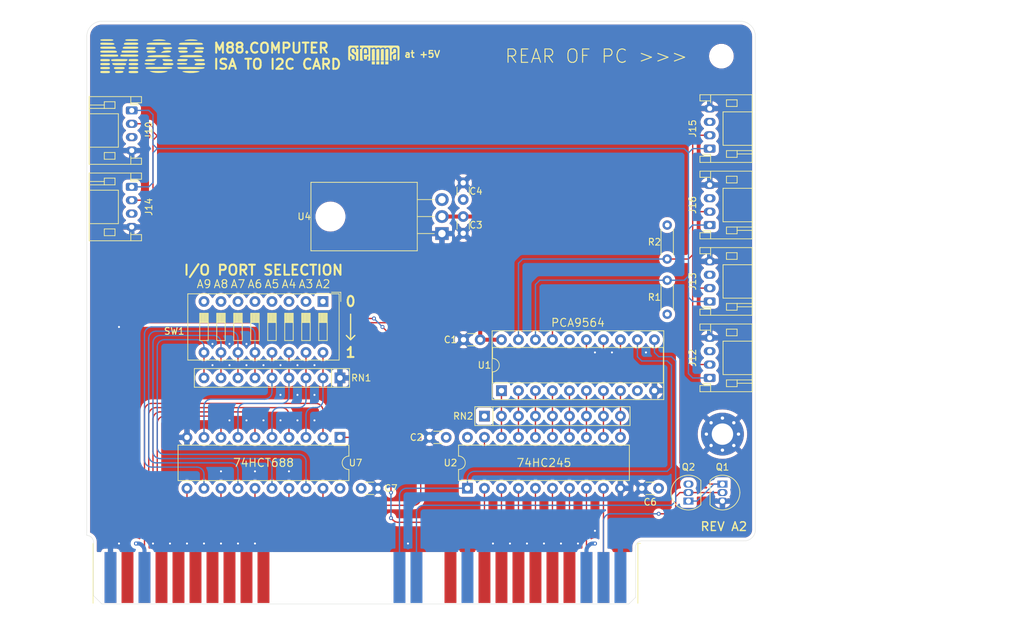
<source format=kicad_pcb>
(kicad_pcb (version 20240108) (generator "pcbnew") (generator_version "8.0")
  (layers (0 "F.Cu" signal) (1 "In1.Cu" signal) (2 "In2.Cu" signal) (31 "B.Cu" signal) (34 "B.Paste" user) (35 "F.Paste" user) (36 "B.SilkS" user "B.Silkscreen") (37 "F.SilkS" user "F.Silkscreen") (38 "B.Mask" user) (39 "F.Mask" user) (44 "Edge.Cuts" user))
  (net 0 "")
  (net 1 "+5V")
  (net 2 "GND")
  (net 3 "/RESET")
  (net 4 "/DB4")
  (net 5 "/~{IOR}")
  (net 6 "/DB0")
  (net 7 "/AEN")
  (net 8 "/BA09")
  (net 9 "/DB7")
  (net 10 "/~{IOW}")
  (net 11 "/DB6")
  (net 12 "/DB3")
  (net 13 "/DB1")
  (net 14 "/BA07")
  (net 15 "/BA04")
  (net 16 "/BA08")
  (net 17 "/BA00")
  (net 18 "/DB2")
  (net 19 "/DB5")
  (net 20 "/BA06")
  (net 21 "/BA05")
  (net 22 "/SDA")
  (net 23 "/SCL")
  (net 24 "/CA3")
  (net 25 "/CA8")
  (net 26 "/CA7")
  (net 27 "/CA4")
  (net 28 "/CA2")
  (net 29 "/CA9")
  (net 30 "/CA6")
  (net 31 "/CA5")
  (net 32 "/BA02")
  (net 33 "/~{CS}")
  (net 34 "/~{RESET}")
  (net 35 "+3.3V")
  (net 36 "/BA03")
  (net 37 "/D5")
  (net 38 "/D2")
  (net 39 "/D0")
  (net 40 "/D1")
  (net 41 "/D7")
  (net 42 "/D4")
  (net 43 "/D6")
  (net 44 "/D3")
  (net 45 "/BA01")
  (footprint "Capacitor_THT:C_Disc_D3.0mm_W1.6mm_P2.50mm" (layer "F.Cu") (at 135.255 116.205)
    (property "Reference" "C7")
    (property "Value" "0.1 uF")
  )
  (footprint "MountingHole:MountingHole_3.2mm_M3" (layer "F.Cu") (at 189.077 51.58)
    (property "Reference" "H1" (hide yes))
    (property "Value" "MountingHole")
  )
  (footprint "Capacitor_THT:C_Disc_D3.0mm_W1.6mm_P2.50mm" (layer "F.Cu") (at 150.495 73.025 90)
    (property "Reference" "C4")
    (property "Value" "0.1 uF")
  )
  (footprint "Connector_JST:JST_PH_S4B-PH-K_1x04_P2.00mm_Horizontal" (layer "F.Cu") (at 187.325 65.405 90)
    (property "Reference" "J15")
    (property "Value" "Conn_01x04")
  )
  (footprint "Connector_JST:JST_PH_S4B-PH-K_1x04_P2.00mm_Horizontal" (layer "F.Cu") (at 187.325 99.695 90)
    (property "Reference" "J12")
    (property "Value" "Conn_01x04")
  )
  (footprint "Button_Switch_THT:SW_DIP_SPSTx08_Slide_9.78x22.5mm_W7.62mm_P2.54mm" (layer "F.Cu") (at 129.54 88.265 -90)
    (property "Reference" "SW1")
    (property "Value" "SW_DIP_x08")
  )
  (footprint "Custom:BUS_ISA_8BIT" (layer "F.Cu") (at 173.99 129.54)
    (property "Reference" "J8" (hide yes))
    (property "Value" "Bus_ISA_8bit")
  )
  (footprint "Connector_JST:JST_PH_S4B-PH-K_1x04_P2.00mm_Horizontal" (layer "F.Cu") (at 100.965 59.69 -90)
    (property "Reference" "J10")
    (property "Value" "Conn_01x04")
  )
  (footprint "Package_DIP:DIP-20_W7.62mm_Socket" (layer "F.Cu") (at 156.21 101.6 90)
    (property "Reference" "U1")
    (property "Value" "PCA9564N")
  )
  (footprint "LOGO" (layer "F.Cu") (at 137.16 51.435)
    (property "Reference" "G***" (hide yes))
    (property "Value" "LOGO" (hide yes))
  )
  (footprint "Package_DIP:DIP-20_W7.62mm" (layer "F.Cu") (at 132.08 108.585 -90)
    (property "Reference" "U7")
    (property "Value" "74HCT688")
  )
  (footprint "Package_TO_SOT_THT:TO-92_Inline" (layer "F.Cu") (at 184.15 118.11 90)
    (property "Reference" "Q2")
    (property "Value" "BS250")
  )
  (footprint "Capacitor_THT:C_Disc_D3.0mm_W1.6mm_P2.50mm" (layer "F.Cu") (at 150.495 75.565 -90)
    (property "Reference" "C3")
    (property "Value" "10 uF")
  )
  (footprint "Package_DIP:DIP-20_W7.62mm" (layer "F.Cu") (at 151.13 116.195 90)
    (property "Reference" "U2")
    (property "Value" "74HC245")
  )
  (footprint "Package_TO_SOT_THT:TO-220-3_Horizontal_TabDown" (layer "F.Cu") (at 147.32 78.105 90)
    (property "Reference" "U4")
    (property "Value" "LD1117V33")
  )
  (footprint "Resistor_THT:R_Array_SIP9" (layer "F.Cu") (at 153.67 105.41)
    (property "Reference" "RN2")
    (property "Value" "10k")
  )
  (footprint "LOGO" (layer "F.Cu") (at 104.14 51.58)
    (property "Reference" "G***" (hide yes))
    (property "Value" "LOGO" (hide yes))
  )
  (footprint "Resistor_THT:R_Axial_DIN0204_L3.6mm_D1.6mm_P5.08mm_Horizontal" (layer "F.Cu") (at 180.975 85.09 -90)
    (property "Reference" "R1")
    (property "Value" "2.2k 1/8W")
  )
  (footprint "Capacitor_THT:C_Disc_D3.0mm_W1.6mm_P2.50mm" (layer "F.Cu") (at 179.685 116.205 180)
    (property "Reference" "C6")
    (property "Value" "0.1 uF")
  )
  (footprint "Connector_JST:JST_PH_S4B-PH-K_1x04_P2.00mm_Horizontal" (layer "F.Cu") (at 100.965 71.12 -90)
    (property "Reference" "J14")
    (property "Value" "Conn_01x04")
  )
  (footprint "Connector_JST:JST_PH_S4B-PH-K_1x04_P2.00mm_Horizontal" (layer "F.Cu") (at 187.325 88.265 90)
    (property "Reference" "J13")
    (property "Value" "Conn_01x04")
  )
  (footprint "Package_TO_SOT_THT:TO-92_Inline" (layer "F.Cu") (at 189.23 115.569999 -90)
    (property "Reference" "Q1")
    (property "Value" "BS170")
  )
  (footprint "Capacitor_THT:C_Disc_D3.0mm_W1.6mm_P2.50mm" (layer "F.Cu") (at 153.035 93.98 180)
    (property "Reference" "C1")
    (property "Value" "0.1 uF")
  )
  (footprint "Resistor_THT:R_Array_SIP9" (layer "F.Cu") (at 132.08 99.695 180)
    (property "Reference" "RN1")
    (property "Value" "10k")
  )
  (footprint "Resistor_THT:R_Axial_DIN0204_L3.6mm_D1.6mm_P5.08mm_Horizontal" (layer "F.Cu") (at 180.975 81.915 90)
    (property "Reference" "R2")
    (property "Value" "2.2k 1/8W")
  )
  (footprint "MountingHole:MountingHole_3.2mm_M3_Pad_Via" (layer "F.Cu") (at 189.23 108.1)
    (property "Reference" "H2" (hide yes))
    (property "Value" "MountingHole_Pad")
  )
  (footprint "Connector_JST:JST_PH_S4B-PH-K_1x04_P2.00mm_Horizontal" (layer "F.Cu") (at 187.325 76.835 90)
    (property "Reference" "J16")
    (property "Value" "Conn_01x04")
  )
  (footprint "Capacitor_THT:C_Disc_D3.0mm_W1.6mm_P2.50mm" (layer "F.Cu") (at 147.955 108.585 180)
    (property "Reference" "C2")
    (property "Value" "0.1 uF")
  )
  (gr_line (start 134.3025 93.345) (end 133.6675 93.979999) (stroke (width 0.2)) (layer "F.SilkS"))
  (gr_line (start 133.6675 90.170001) (end 133.6675 93.979999) (stroke (width 0.2)) (layer "F.SilkS"))
  (gr_line (start 133.0325 93.345) (end 133.6675 93.979999) (stroke (width 0.2)) (layer "F.SilkS"))
  (gr_arc (start 194.151577 122.554365) (mid 193.579592 123.658213) (end 192.405 124.065621) (stroke (width 0.05)) (layer "Edge.Cuts"))
  (gr_line (start 175.25 133.5) (end 176.25 132.5) (stroke (width 0.05)) (layer "Edge.Cuts"))
  (gr_line (start 95.25 132.25) (end 95.25 124.25) (stroke (width 0.05)) (layer "Edge.Cuts"))
  (gr_line (start 96.52 46.355) (end 191.96006 46.355) (stroke (width 0.05)) (layer "Edge.Cuts"))
  (gr_arc (start 94.25 48.602538) (mid 94.91952 47.008637) (end 96.52 46.355) (stroke (width 0.05)) (layer "Edge.Cuts"))
  (gr_line (start 176.25 132.5) (end 176.25 125.095) (stroke (width 0.05)) (layer "Edge.Cuts"))
  (gr_arc (start 191.96006 46.355) (mid 193.545213 47.073545) (end 194.157998 48.702505) (stroke (width 0.05)) (layer "Edge.Cuts"))
  (gr_line (start 96.5 133.5) (end 175.25 133.5) (stroke (width 0.05)) (layer "Edge.Cuts"))
  (gr_line (start 95.25 132.25) (end 96.5 133.5) (stroke (width 0.05)) (layer "Edge.Cuts"))
  (gr_arc (start 94.25 123.25) (mid 94.957107 123.542893) (end 95.25 124.25) (stroke (width 0.05)) (layer "Edge.Cuts"))
  (gr_arc (start 176.25 125.095) (mid 176.473439 124.399452) (end 177.123262 124.065621) (stroke (width 0.05)) (layer "Edge.Cuts"))
  (gr_line (start 94.25 123.25) (end 94.25 48.602538) (stroke (width 0.05)) (layer "Edge.Cuts"))
  (gr_line (start 177.123262 124.065621) (end 192.405 124.065621) (stroke (width 0.05)) (layer "Edge.Cuts"))
  (gr_line (start 194.157997 122.555) (end 194.157998 48.702505) (stroke (width 0.05)) (layer "Edge.Cuts"))
  (gr_text "A2" (at 129.54 86.36 0) (layer "F.SilkS") (effects (font (size 1.2 1.2)) (justify bottom)))
  (gr_text "A8" (at 114.3 86.36 0) (layer "F.SilkS") (effects (font (size 1.2 1.2)) (justify bottom)))
  (gr_text "1" (at 133.6675 95.885 0) (layer "F.SilkS") (effects (font (size 1.5 1.5) (thickness 0.3) (bold yes))))
  (gr_text "at +5V" (at 141.605 51.289156 0) (layer "F.SilkS") (effects (font (size 1 1) (thickness 0.2) (bold yes)) (justify left)))
  (gr_text "A7" (at 116.84 86.36 0) (layer "F.SilkS") (effects (font (size 1.2 1.2)) (justify bottom)))
  (gr_text "A6" (at 119.38 86.36 0) (layer "F.SilkS") (effects (font (size 1.2 1.2)) (justify bottom)))
  (gr_text "74HCT688" (at 120.655 112.385 0) (layer "F.SilkS") (effects (font (size 1.2 1.2))))
  (gr_text "74HC245" (at 162.554999 112.395 0) (layer "F.SilkS") (effects (font (size 1.2 1.2))))
  (gr_text "REV A2" (at 193.04 121.92 0) (layer "F.SilkS") (effects (font (size 1.3 1.3) (thickness 0.2)) (justify right)))
  (gr_text "A9" (at 111.76 86.36 0) (layer "F.SilkS") (effects (font (size 1.2 1.2)) (justify bottom)))
  (gr_text "I/O PORT SELECTION" (at 120.65 84.455 0) (layer "F.SilkS") (effects (font (size 1.5 1.5) (thickness 0.3) (bold yes)) (justify bottom)))
  (gr_text "REAR OF PC >>>" (at 184.15 51.58 0) (layer "F.SilkS") (effects (font (size 2 2)) (justify right)))
  (gr_text "0" (at 133.6675 88.265 0) (layer "F.SilkS") (effects (font (size 1.5 1.5) (thickness 0.3) (bold yes))))
  (gr_text "A3" (at 127 86.36 0) (layer "F.SilkS") (effects (font (size 1.2 1.2)) (justify bottom)))
  (gr_text "M88.COMPUTER\nISA TO I2C CARD" (at 113.03 51.58 0) (layer "F.SilkS") (effects (font (size 1.5 1.5) (thickness 0.3) (bold yes)) (justify left)))
  (gr_text "PCA9564" (at 167.64 91.44 0) (layer "F.SilkS") (effects (font (size 1.2 1.2))))
  (gr_text "A4" (at 124.46 86.36 0) (layer "F.SilkS") (effects (font (size 1.2 1.2)) (justify bottom)))
  (gr_text "A5" (at 121.92 86.36 0) (layer "F.SilkS") (effects (font (size 1.2 1.2)) (justify bottom)))
  (via (at 170.18 124.46) (size 0.6) (drill 0.3) (layers "F.Cu" "B.Cu") (net 1))
  (via (at 101.6 124.46) (size 0.6) (drill 0.3) (layers "F.Cu" "B.Cu") (net 1))
  (segment (start 102.87 125.544012) (end 102.87 129.54) (width 0.6) (layer "B.Cu") (net 1))
  (segment (start 169.320493 124.684506) (end 169.2275 124.7775) (width 0.6) (layer "B.Cu") (net 1))
  (segment (start 102.459506 124.684506) (end 102.5525 124.7775) (width 0.6) (layer "B.Cu") (net 1))
  (segment (start 168.91 125.544012) (end 168.91 129.54) (width 0.6) (layer "B.Cu") (net 1))
  (segment (start 101.6 124.46) (end 101.9175 124.46) (width 0.6) (layer "B.Cu") (net 1))
  (segment (start 170.18 124.46) (end 169.8625 124.46) (width 0.6) (layer "B.Cu") (net 1))
  (arc (start 169.8625 124.46) (mid 169.569168 124.518347) (end 169.320493 124.684506) (width 0.6) (layer "B.Cu") (net 1))
  (arc (start 168.91 125.544012) (mid 168.992515 125.129178) (end 169.2275 124.7775) (width 0.6) (layer "B.Cu") (net 1))
  (arc (start 102.459506 124.684506) (mid 102.210831 124.518347) (end 101.9175 124.46) (width 0.6) (layer "B.Cu") (net 1))
  (arc (start 102.87 125.544012) (mid 102.787484 125.129178) (end 102.5525 124.7775) (width 0.6) (layer "B.Cu") (net 1))
  (via (at 115.57 106.045) (size 0.6) (drill 0.3) (layers "F.Cu" "B.Cu") (net 2))
  (via (at 104.14 124.46) (size 0.6) (drill 0.3) (layers "F.Cu" "B.Cu") (net 2))
  (via (at 99.06 124.46) (size 0.6) (drill 0.3) (layers "F.Cu" "B.Cu") (net 2))
  (via (at 123.19 106.045) (size 0.6) (drill 0.3) (layers "F.Cu" "B.Cu") (net 2))
  (via (at 120.65 106.045) (size 0.6) (drill 0.3) (layers "F.Cu" "B.Cu") (net 2))
  (via (at 106.68 124.46) (size 0.6) (drill 0.3) (layers "F.Cu" "B.Cu") (net 2))
  (via (at 170.18 95.885) (size 0.6) (drill 0.3) (layers "F.Cu" "B.Cu") (net 2))
  (via (at 119.38 124.46) (size 0.6) (drill 0.3) (layers "F.Cu" "B.Cu") (net 2))
  (via (at 128.27 102.235) (size 0.6) (drill 0.3) (layers "F.Cu" "B.Cu") (net 2))
  (via (at 115.57 97.79) (size 0.6) (drill 0.3) (layers "F.Cu" "B.Cu") (net 2))
  (via (at 118.11 97.79) (size 0.6) (drill 0.3) (layers "F.Cu" "B.Cu") (net 2))
  (via (at 128.27 106.045) (size 0.6) (drill 0.3) (layers "F.Cu" "B.Cu") (net 2))
  (via (at 109.22 124.46) (size 0.6) (drill 0.3) (layers "F.Cu" "B.Cu") (net 2))
  (via (at 165.1 124.46) (size 0.6) (drill 0.3) (layers "F.Cu" "B.Cu") (net 2))
  (via (at 123.19 97.79) (size 0.6) (drill 0.3) (layers "F.Cu" "B.Cu") (net 2))
  (via (at 125.73 97.79) (size 0.6) (drill 0.3) (layers "F.Cu" "B.Cu") (net 2))
  (via (at 123.19 102.235) (size 0.6) (drill 0.3) (layers "F.Cu" "B.Cu") (net 2))
  (via (at 177.8 95.885) (size 0.6) (drill 0.3) (layers "F.Cu" "B.Cu") (net 2))
  (via (at 172.72 95.885) (size 0.6) (drill 0.3) (layers "F.Cu" "B.Cu") (net 2))
  (via (at 142.24 124.46) (size 0.6) (drill 0.3) (layers "F.Cu" "B.Cu") (net 2))
  (via (at 119.38 113.665) (size 0.6) (drill 0.3) (layers "F.Cu" "B.Cu") (net 2))
  (via (at 116.84 124.46) (size 0.6) (drill 0.3) (layers "F.Cu" "B.Cu") (net 2))
  (via (at 118.11 106.045) (size 0.6) (drill 0.3) (layers "F.Cu" "B.Cu") (net 2))
  (via (at 124.46 113.665) (size 0.6) (drill 0.3) (layers "F.Cu" "B.Cu") (net 2))
  (via (at 167.64 124.46) (size 0.6) (drill 0.3) (layers "F.Cu" "B.Cu") (net 2))
  (via (at 162.56 124.46) (size 0.6) (drill 0.3) (layers "F.Cu" "B.Cu") (net 2))
  (via (at 157.48 124.46) (size 0.6) (drill 0.3) (layers "F.Cu" "B.Cu") (net 2))
  (via (at 125.73 106.045) (size 0.6) (drill 0.3) (layers "F.Cu" "B.Cu") (net 2))
  (via (at 125.73 102.235) (size 0.6) (drill 0.3) (layers "F.Cu" "B.Cu") (net 2))
  (via (at 113.03 97.79) (size 0.6) (drill 0.3) (layers "F.Cu" "B.Cu") (net 2))
  (via (at 114.3 113.665) (size 0.6) (drill 0.3) (layers "F.Cu" "B.Cu") (net 2))
  (via (at 120.65 97.79) (size 0.6) (drill 0.3) (layers "F.Cu" "B.Cu") (net 2))
  (via (at 99.06 92.075) (size 0.6) (drill 0.3) (layers "F.Cu" "B.Cu") (net 2))
  (via (at 111.76 124.46) (size 0.6) (drill 0.3) (layers "F.Cu" "B.Cu") (net 2))
  (via (at 114.3 124.46) (size 0.6) (drill 0.3) (layers "F.Cu" "B.Cu") (net 2))
  (via (at 113.03 94.615) (size 0.6) (drill 0.3) (layers "F.Cu" "B.Cu") (net 2))
  (via (at 160.02 124.46) (size 0.6) (drill 0.3) (layers "F.Cu" "B.Cu") (net 2))
  (via (at 170.18 122.555) (size 0.6) (drill 0.3) (layers "F.Cu" "B.Cu") (net 2))
  (via (at 128.27 97.79) (size 0.6) (drill 0.3) (layers "F.Cu" "B.Cu") (net 2))
  (via (at 118.11 94.615) (size 0.6) (drill 0.3) (layers "F.Cu" "B.Cu") (net 2))
  (via (at 115.57 94.615) (size 0.6) (drill 0.3) (layers "F.Cu" "B.Cu") (net 2))
  (via (at 154.94 124.46) (size 0.6) (drill 0.3) (layers "F.Cu" "B.Cu") (net 2))
  (segment (start 182.245 119.38) (end 181.61 120.015) (width 0.2) (layer "F.Cu") (net 3))
  (segment (start 189.23 116.84) (end 184.15 116.839999) (width 0.2) (layer "F.Cu") (net 3))
  (segment (start 184.15 116.839999) (end 182.88 116.84) (width 0.2) (layer "F.Cu") (net 3))
  (segment (start 181.61 120.015) (end 179.705 120.015) (width 0.2) (layer "F.Cu") (net 3))
  (segment (start 182.88 116.84) (end 182.245 117.475) (width 0.2) (layer "F.Cu") (net 3))
  (segment (start 182.245 117.475) (end 182.245 119.38) (width 0.2) (layer "F.Cu") (net 3))
  (via (at 179.705 120.015) (size 0.6) (drill 0.3) (layers "F.Cu" "B.Cu") (net 3))
  (segment (start 171.45 121.099012) (end 171.45 129.54) (width 0.2) (layer "B.Cu") (net 3))
  (segment (start 172.534012 120.015) (end 179.705 120.015) (width 0.2) (layer "B.Cu") (net 3))
  (arc (start 172.534012 120.015) (mid 172.119178 120.097515) (end 171.7675 120.3325) (width 0.2) (layer "B.Cu") (net 3))
  (arc (start 171.45 121.099012) (mid 171.532515 120.684178) (end 171.7675 120.3325) (width 0.2) (layer "B.Cu") (net 3))
  (segment (start 163.83 129.54) (end 163.83 116.195) (width 0.2) (layer "F.Cu") (net 4))
  (segment (start 176.53 93.98) (end 176.53 96.52) (width 0.2) (layer "B.Cu") (net 5))
  (segment (start 151.13 114.749012) (end 151.13 116.195) (width 0.2) (layer "B.Cu") (net 5))
  (segment (start 176.53 96.52) (end 177.165 97.155) (width 0.2) (layer "B.Cu") (net 5))
  (segment (start 142.071083 116.195) (end 151.13 116.195) (width 0.2) (layer "B.Cu") (net 5))
  (segment (start 180.975 97.155) (end 181.61 97.79) (width 0.2) (layer "B.Cu") (net 5))
  (segment (start 181.61 97.79) (end 181.61 113.03) (width 0.2) (layer "B.Cu") (net 5))
  (segment (start 140.97 117.296083) (end 140.97 129.54) (width 0.2) (layer "B.Cu") (net 5))
  (segment (start 181.61 113.03) (end 180.975 113.665) (width 0.2) (layer "B.Cu") (net 5))
  (segment (start 177.165 97.155) (end 180.975 97.155) (width 0.2) (layer "B.Cu") (net 5))
  (segment (start 180.975 113.665) (end 152.214012 113.665) (width 0.2) (layer "B.Cu") (net 5))
  (arc (start 142.071083 116.195) (mid 141.649717 116.278815) (end 141.2925 116.5175) (width 0.2) (layer "B.Cu") (net 5))
  (arc (start 152.214012 113.665) (mid 151.799178 113.747515) (end 151.4475 113.9825) (width 0.2) (layer "B.Cu") (net 5))
  (arc (start 140.97 117.296083) (mid 141.053815 116.874717) (end 141.2925 116.5175) (width 0.2) (layer "B.Cu") (net 5))
  (arc (start 151.4475 113.9825) (mid 151.212515 114.334178) (end 151.13 114.749012) (width 0.2) (layer "B.Cu") (net 5))
  (segment (start 153.67 129.54) (end 153.67 116.195) (width 0.2) (layer "F.Cu") (net 6))
  (segment (start 138.615987 108.585) (end 132.08 108.585) (width 0.2) (layer "F.Cu") (net 7))
  (segment (start 140.784012 121.285) (end 147.505987 121.285) (width 0.2) (layer "F.Cu") (net 7))
  (segment (start 148.59 122.369012) (end 148.59 129.54) (width 0.2) (layer "F.Cu") (net 7))
  (segment (start 139.7 109.669012) (end 139.7 116.84) (width 0.2) (layer "F.Cu") (net 7))
  (segment (start 139.7 120.65) (end 140.0175 120.9675) (width 0.2) (layer "F.Cu") (net 7))
  (via (at 139.7 116.84) (size 0.6) (drill 0.3) (layers "F.Cu" "B.Cu") (net 7))
  (via (at 139.7 120.65) (size 0.6) (drill 0.3) (layers "F.Cu" "B.Cu") (net 7))
  (arc (start 140.784012 121.285) (mid 140.369178 121.202484) (end 140.0175 120.9675) (width 0.2) (layer "F.Cu") (net 7))
  (arc (start 139.3825 108.9025) (mid 139.617484 109.254178) (end 139.7 109.669012) (width 0.2) (layer "F.Cu") (net 7))
  (arc (start 148.2725 121.6025) (mid 148.507484 121.954178) (end 148.59 122.369012) (width 0.2) (layer "F.Cu") (net 7))
  (arc (start 148.2725 121.6025) (mid 147.92082 121.367515) (end 147.505987 121.285) (width 0.2) (layer "F.Cu") (net 7))
  (arc (start 139.3825 108.9025) (mid 139.03082 108.667515) (end 138.615987 108.585) (width 0.2) (layer "F.Cu") (net 7))
  (segment (start 139.7 120.65) (end 139.7 116.84) (width 0.2) (layer "B.Cu") (net 7))
  (segment (start 124.46 118.295987) (end 124.46 116.205) (width 0.2) (layer "F.Cu") (net 8))
  (segment (start 120.65 120.464012) (end 120.65 129.54) (width 0.2) (layer "F.Cu") (net 8))
  (segment (start 123.375987 119.38) (end 121.734012 119.38) (width 0.2) (layer "F.Cu") (net 8))
  (arc (start 124.46 118.295987) (mid 124.377484 118.71082) (end 124.1425 119.0625) (width 0.2) (layer "F.Cu") (net 8))
  (arc (start 123.375987 119.38) (mid 123.79082 119.297484) (end 124.1425 119.0625) (width 0.2) (layer "F.Cu") (net 8))
  (arc (start 121.734012 119.38) (mid 121.319178 119.462515) (end 120.9675 119.6975) (width 0.2) (layer "F.Cu") (net 8))
  (arc (start 120.65 120.464012) (mid 120.732515 120.049178) (end 120.9675 119.6975) (width 0.2) (layer "F.Cu") (net 8))
  (segment (start 171.45 129.54) (end 171.45 116.195) (width 0.2) (layer "F.Cu") (net 9))
  (segment (start 181.61 118.745) (end 144.594012 118.745) (width 0.2) (layer "B.Cu") (net 10))
  (segment (start 179.07 93.98) (end 179.07 95.885) (width 0.2) (layer "B.Cu") (net 10))
  (segment (start 182.245 97.155) (end 182.245 118.11) (width 0.2) (layer "B.Cu") (net 10))
  (segment (start 179.07 95.885) (end 179.705 96.52) (width 0.2) (layer "B.Cu") (net 10))
  (segment (start 182.245 118.11) (end 181.61 118.745) (width 0.2) (layer "B.Cu") (net 10))
  (segment (start 179.705 96.52) (end 181.61 96.52) (width 0.2) (layer "B.Cu") (net 10))
  (segment (start 181.61 96.52) (end 182.245 97.155) (width 0.2) (layer "B.Cu") (net 10))
  (segment (start 143.51 119.829012) (end 143.51 129.54) (width 0.2) (layer "B.Cu") (net 10))
  (arc (start 144.594012 118.745) (mid 144.179178 118.827515) (end 143.8275 119.0625) (width 0.2) (layer "B.Cu") (net 10))
  (arc (start 143.8275 119.0625) (mid 143.592515 119.414178) (end 143.51 119.829012) (width 0.2) (layer "B.Cu") (net 10))
  (segment (start 168.91 129.54) (end 168.910001 116.195) (width 0.2) (layer "F.Cu") (net 11))
  (segment (start 161.29 129.54) (end 161.29 116.195) (width 0.2) (layer "F.Cu") (net 12))
  (segment (start 156.21 129.54) (end 156.209999 116.195) (width 0.2) (layer "F.Cu") (net 13))
  (segment (start 114.3 117.846974) (end 114.3 116.205) (width 0.2) (layer "F.Cu") (net 14))
  (segment (start 115.57 120.913025) (end 115.57 129.54) (width 0.2) (layer "F.Cu") (net 14))
  (arc (start 115.57 120.913025) (mid 115.404968 120.083357) (end 114.935 119.38) (width 0.2) (layer "F.Cu") (net 14))
  (arc (start 114.3 117.846974) (mid 114.465031 118.676641) (end 114.935 119.38) (width 0.2) (layer "F.Cu") (net 14))
  (segment (start 119.38 105.859012) (end 119.38 108.585) (width 0.2) (layer "F.Cu") (net 15))
  (segment (start 104.14 120.835987) (end 104.14 105.859012) (width 0.2) (layer "F.Cu") (net 15))
  (segment (start 107.95 123.004012) (end 107.95 129.54) (width 0.2) (layer "F.Cu") (net 15))
  (segment (start 118.295987 104.775) (end 105.224012 104.775) (width 0.2) (layer "F.Cu") (net 15))
  (segment (start 106.865987 121.92) (end 105.224012 121.92) (width 0.2) (layer "F.Cu") (net 15))
  (arc (start 104.14 120.835987) (mid 104.222515 121.25082) (end 104.4575 121.6025) (width 0.2) (layer "F.Cu") (net 15))
  (arc (start 119.38 105.859012) (mid 119.297484 105.444178) (end 119.0625 105.0925) (width 0.2) (layer "F.Cu") (net 15))
  (arc (start 104.4575 105.0925) (mid 104.222515 105.444178) (end 104.14 105.859012) (width 0.2) (layer "F.Cu") (net 15))
  (arc (start 119.0625 105.0925) (mid 118.71082 104.857515) (end 118.295987 104.775) (width 0.2) (layer "F.Cu") (net 15))
  (arc (start 106.865987 121.92) (mid 107.28082 122.002515) (end 107.6325 122.2375) (width 0.2) (layer "F.Cu") (net 15))
  (arc (start 107.95 123.004012) (mid 107.867484 122.589178) (end 107.6325 122.2375) (width 0.2) (layer "F.Cu") (net 15))
  (arc (start 104.4575 105.0925) (mid 104.809178 104.857515) (end 105.224012 104.775) (width 0.2) (layer "F.Cu") (net 15))
  (arc (start 105.224012 121.92) (mid 104.809178 121.837484) (end 104.4575 121.6025) (width 0.2) (layer "F.Cu") (net 15))
  (segment (start 118.11 120.913025) (end 118.11 129.54) (width 0.2) (layer "F.Cu") (net 16))
  (segment (start 119.38 117.846974) (end 119.38 116.205) (width 0.2) (layer "F.Cu") (net 16))
  (arc (start 118.11 120.913025) (mid 118.275031 120.083357) (end 118.745 119.38) (width 0.2) (layer "F.Cu") (net 16))
  (arc (start 118.745 119.38) (mid 119.214968 118.676641) (end 119.38 117.846974) (width 0.2) (layer "F.Cu") (net 16))
  (segment (start 139.065 98.425) (end 139.7 99.06) (width 0.2) (layer "F.Cu") (net 17))
  (segment (start 97.79 91.889012) (end 97.79 129.54) (width 0.2) (layer "F.Cu") (net 17))
  (segment (start 170.815 99.06) (end 171.45 98.425) (width 0.2) (layer "F.Cu") (net 17))
  (segment (start 139.7 99.06) (end 170.815 99.06) (width 0.2) (layer "F.Cu") (net 17))
  (segment (start 135.89 90.805) (end 137.16 90.805) (width 0.2) (layer "F.Cu") (net 17))
  (segment (start 171.45 98.425) (end 171.45 93.98) (width 0.2) (layer "F.Cu") (net 17))
  (segment (start 136.525 90.805) (end 135.89 90.805) (width 0.2) (layer "F.Cu") (net 17))
  (segment (start 135.89 90.805) (end 98.874012 90.805) (width 0.2) (layer "F.Cu") (net 17))
  (segment (start 138.43 92.075) (end 139.065 92.71) (width 0.2) (layer "F.Cu") (net 17))
  (segment (start 139.065 92.71) (end 139.065 98.425) (width 0.2) (layer "F.Cu") (net 17))
  (via (at 138.43 92.075) (size 0.6) (drill 0.3) (layers "F.Cu" "B.Cu") (net 17))
  (via (at 137.16 90.805) (size 0.6) (drill 0.3) (layers "F.Cu" "B.Cu") (net 17))
  (arc (start 98.1075 91.1225) (mid 97.872515 91.474178) (end 97.79 91.889012) (width 0.2) (layer "F.Cu") (net 17))
  (arc (start 98.874012 90.805) (mid 98.459178 90.887515) (end 98.1075 91.1225) (width 0.2) (layer "F.Cu") (net 17))
  (segment (start 137.16 90.805) (end 138.43 92.075) (width 0.2) (layer "B.Cu") (net 17))
  (segment (start 158.75 129.54) (end 158.75 116.195) (width 0.2) (layer "F.Cu") (net 18))
  (segment (start 166.37 129.54) (end 166.37 116.195) (width 0.2) (layer "F.Cu") (net 19))
  (segment (start 110.304012 119.38) (end 111.945987 119.38) (width 0.2) (layer "F.Cu") (net 20))
  (segment (start 113.03 120.464012) (end 113.03 129.54) (width 0.2) (layer "F.Cu") (net 20))
  (segment (start 109.22 118.295987) (end 109.22 116.205) (width 0.2) (layer "F.Cu") (net 20))
  (arc (start 110.304012 119.38) (mid 109.889178 119.297484) (end 109.5375 119.0625) (width 0.2) (layer "F.Cu") (net 20))
  (arc (start 109.22 118.295987) (mid 109.302515 118.71082) (end 109.5375 119.0625) (width 0.2) (layer "F.Cu") (net 20))
  (arc (start 112.7125 119.6975) (mid 112.36082 119.462515) (end 111.945987 119.38) (width 0.2) (layer "F.Cu") (net 20))
  (arc (start 112.7125 119.6975) (mid 112.947484 120.049178) (end 113.03 120.464012) (width 0.2) (layer "F.Cu") (net 20))
  (segment (start 110.49 122.369012) (end 110.49 129.54) (width 0.2) (layer "F.Cu") (net 21))
  (segment (start 113.215987 105.41) (end 105.859012 105.41) (width 0.2) (layer "F.Cu") (net 21))
  (segment (start 114.299999 106.494011) (end 114.299999 108.585) (width 0.2) (layer "F.Cu") (net 21))
  (segment (start 104.775 120.200987) (end 104.775 106.494012) (width 0.2) (layer "F.Cu") (net 21))
  (segment (start 105.859012 121.285) (end 109.405987 121.285) (width 0.2) (layer "F.Cu") (net 21))
  (arc (start 105.0925 105.7275) (mid 105.444178 105.492515) (end 105.859012 105.41) (width 0.2) (layer "F.Cu") (net 21))
  (arc (start 105.0925 105.7275) (mid 104.857515 106.079178) (end 104.775 106.494012) (width 0.2) (layer "F.Cu") (net 21))
  (arc (start 105.859012 121.285) (mid 105.444178 121.202484) (end 105.0925 120.9675) (width 0.2) (layer "F.Cu") (net 21))
  (arc (start 110.1725 121.6025) (mid 109.82082 121.367515) (end 109.405987 121.285) (width 0.2) (layer "F.Cu") (net 21))
  (arc (start 110.49 122.369012) (mid 110.407484 121.954178) (end 110.1725 121.6025) (width 0.2) (layer "F.Cu") (net 21))
  (arc (start 114.299999 106.494011) (mid 114.217483 106.079177) (end 113.982499 105.727499) (width 0.2) (layer "F.Cu") (net 21))
  (arc (start 104.775 120.200987) (mid 104.857515 120.61582) (end 105.0925 120.9675) (width 0.2) (layer "F.Cu") (net 21))
  (arc (start 113.215987 105.41) (mid 113.63082 105.492515) (end 113.982499 105.727499) (width 0.2) (layer "F.Cu") (net 21))
  (segment (start 182.88 81.915) (end 184.15 81.915) (width 0.2) (layer "F.Cu") (net 22))
  (segment (start 103.6 61.69) (end 100.965 61.69) (width 0.2) (layer "F.Cu") (net 22))
  (segment (start 184.785 97.155) (end 185.325 97.695) (width 0.2) (layer "F.Cu") (net 22))
  (segment (start 180.975 81.915) (end 182.88 81.915) (width 0.2) (layer "F.Cu") (net 22))
  (segment (start 184.785 81.915) (end 184.785 85.725) (width 0.2) (layer "F.Cu") (net 22))
  (segment (start 187.325 74.835) (end 185.325 74.835) (width 0.2) (layer "F.Cu") (net 22))
  (segment (start 184.785 64.135) (end 185.515 63.405) (width 0.2) (layer "F.Cu") (net 22))
  (segment (start 104.775 63.5) (end 104.14 62.865) (width 0.2) (layer "F.Cu") (net 22))
  (segment (start 185.325 86.265) (end 184.785 85.725) (width 0.2) (layer "F.Cu") (net 22))
  (segment (start 104.775 63.5) (end 104.14 64.135) (width 0.2) (layer "F.Cu") (net 22))
  (segment (start 185.515 63.405) (end 187.325 63.405) (width 0.2) (layer "F.Cu") (net 22))
  (segment (start 104.14 62.23) (end 103.6 61.69) (width 0.2) (layer "F.Cu") (net 22))
  (segment (start 184.785 74.295) (end 184.785 81.28) (width 0.2) (layer "F.Cu") (net 22))
  (segment (start 184.15 63.5) (end 184.785 64.135) (width 0.2) (layer "F.Cu") (net 22))
  (segment (start 104.14 72.39) (end 103.41 73.12) (width 0.2) (layer "F.Cu") (net 22))
  (segment (start 184.15 81.915) (end 184.785 81.28) (width 0.2) (layer "F.Cu") (net 22))
  (segment (start 104.775 63.5) (end 184.15 63.5) (width 0.2) (layer "F.Cu") (net 22))
  (segment (start 185.325 74.835) (end 184.785 74.295) (width 0.2) (layer "F.Cu") (net 22))
  (segment (start 103.41 73.12) (end 100.965 73.12) (width 0.2) (layer "F.Cu") (net 22))
  (segment (start 104.14 64.135) (end 104.14 72.39) (width 0.2) (layer "F.Cu") (net 22))
  (segment (start 104.14 62.865) (end 104.14 62.23) (width 0.2) (layer "F.Cu") (net 22))
  (segment (start 184.785 64.135) (end 184.785 74.295) (width 0.2) (layer "F.Cu") (net 22))
  (segment (start 185.325 97.695) (end 187.325 97.695) (width 0.2) (layer "F.Cu") (net 22))
  (segment (start 184.785 85.725) (end 184.785 97.155) (width 0.2) (layer "F.Cu") (net 22))
  (segment (start 187.325 86.265) (end 185.325 86.265) (width 0.2) (layer "F.Cu") (net 22))
  (segment (start 184.785 81.28) (end 184.785 81.915) (width 0.2) (layer "F.Cu") (net 22))
  (segment (start 187.325 63.405) (end 187.23 63.5) (width 0.2) (layer "F.Cu") (net 22))
  (segment (start 158.75 82.55) (end 159.385 81.915) (width 0.2) (layer "B.Cu") (net 22))
  (segment (start 159.385 81.915) (end 180.975 81.915) (width 0.2) (layer "B.Cu") (net 22))
  (segment (start 158.75 93.98) (end 158.75 82.55) (width 0.2) (layer "B.Cu") (net 22))
  (segment (start 104.14 64.77) (end 104.14 60.325) (width 0.2) (layer "B.Cu") (net 23))
  (segment (start 104.14 70.485) (end 103.505 71.12) (width 0.2) (layer "B.Cu") (net 23))
  (segment (start 104.14 66.04) (end 104.14 70.485) (width 0.2) (layer "B.Cu") (net 23))
  (segment (start 184.785 88.265) (end 187.325 88.265) (width 0.2) (layer "B.Cu") (net 23))
  (segment (start 184.15 66.04) (end 183.515 65.405) (width 0.2) (layer "B.Cu") (net 23))
  (segment (start 104.775 65.405) (end 104.14 64.77) (width 0.2) (layer "B.Cu") (net 23))
  (segment (start 184.15 82.55) (end 184.15 86.995) (width 0.2) (layer "B.Cu") (net 23))
  (segment (start 183.515 65.405) (end 104.775 65.405) (width 0.2) (layer "B.Cu") (net 23))
  (segment (start 184.15 78.105) (end 184.15 66.675) (width 0.2) (layer "B.Cu") (net 23))
  (segment (start 184.785 65.405) (end 187.325 65.405) (width 0.2) (layer "B.Cu") (net 23))
  (segment (start 184.15 77.47) (end 184.785 76.835) (width 0.2) (layer "B.Cu") (net 23))
  (segment (start 184.785 99.695) (end 187.325 99.695) (width 0.2) (layer "B.Cu") (net 23))
  (segment (start 184.785 76.835) (end 187.325 76.835) (width 0.2) (layer "B.Cu") (net 23))
  (segment (start 183.515 85.09) (end 184.15 84.455) (width 0.2) (layer "B.Cu") (net 23))
  (segment (start 161.925 85.09) (end 161.29 85.725) (width 0.2) (layer "B.Cu") (net 23))
  (segment (start 184.15 86.995) (end 184.15 87.63) (width 0.2) (layer "B.Cu") (net 23))
  (segment (start 161.29 85.725) (end 161.29 93.98) (width 0.2) (layer "B.Cu") (net 23))
  (segment (start 104.775 65.405) (end 104.14 66.04) (width 0.2) (layer "B.Cu") (net 23))
  (segment (start 104.14 60.325) (end 103.505 59.69) (width 0.2) (layer "B.Cu") (net 23))
  (segment (start 184.15 84.455) (end 184.15 82.55) (width 0.2) (layer "B.Cu") (net 23))
  (segment (start 184.15 99.06) (end 184.785 99.695) (width 0.2) (layer "B.Cu") (net 23))
  (segment (start 180.975 85.09) (end 183.515 85.09) (width 0.2) (layer "B.Cu") (net 23))
  (segment (start 184.15 87.63) (end 184.785 88.265) (width 0.2) (layer "B.Cu") (net 23))
  (segment (start 180.975 85.09) (end 161.925 85.09) (width 0.2) (layer "B.Cu") (net 23))
  (segment (start 184.15 66.675) (end 184.15 66.04) (width 0.2) (layer "B.Cu") (net 23))
  (segment (start 184.15 78.105) (end 184.15 77.47) (width 0.2) (layer "B.Cu") (net 23))
  (segment (start 184.15 86.995) (end 184.15 99.06) (width 0.2) (layer "B.Cu") (net 23))
  (segment (start 103.505 71.12) (end 100.965 71.12) (width 0.2) (layer "B.Cu") (net 23))
  (segment (start 103.505 59.69) (end 100.965 59.69) (width 0.2) (layer "B.Cu") (net 23))
  (segment (start 184.15 66.04) (end 184.785 65.405) (width 0.2) (layer "B.Cu") (net 23))
  (segment (start 184.15 82.55) (end 184.15 78.105) (width 0.2) (layer "B.Cu") (net 23))
  (segment (start 127.000001 99.695) (end 127 95.885) (width 0.2) (layer "F.Cu") (net 24))
  (segment (start 123.004012 104.14) (end 125.915986 104.14) (width 0.2) (layer "B.Cu") (net 24))
  (segment (start 127.000001 103.055985) (end 127.000001 99.695) (width 0.2) (layer "B.Cu") (net 24))
  (segment (start 121.92 105.224012) (end 121.92 108.585) (width 0.2) (layer "B.Cu") (net 24))
  (arc (start 126.6825 103.822499) (mid 126.917485 103.470819) (end 127.000001 103.055985) (width 0.2) (layer "B.Cu") (net 24))
  (arc (start 123.004012 104.14) (mid 122.589178 104.222515) (end 122.2375 104.4575) (width 0.2) (layer "B.Cu") (net 24))
  (arc (start 126.6825 103.822499) (mid 126.33082 104.057484) (end 125.915986 104.14) (width 0.2) (layer "B.Cu") (net 24))
  (arc (start 122.2375 104.4575) (mid 122.002515 104.809178) (end 121.92 105.224012) (width 0.2) (layer "B.Cu") (net 24))
  (segment (start 114.299999 99.695) (end 114.3 95.885) (width 0.2) (layer "F.Cu") (net 25))
  (segment (start 120.835987 111.76) (end 105.224012 111.76) (width 0.2) (layer "B.Cu") (net 25))
  (segment (start 121.92 112.844012) (end 121.92 116.205) (width 0.2) (layer "B.Cu") (net 25))
  (segment (start 104.14 94.429012) (end 104.14 110.675987) (width 0.2) (layer "B.Cu") (net 25))
  (segment (start 105.224012 93.345) (end 113.215987 93.345) (width 0.2) (layer "B.Cu") (net 25))
  (segment (start 114.3 94.429012) (end 114.3 95.885) (width 0.2) (layer "B.Cu") (net 25))
  (arc (start 104.4575 111.4425) (mid 104.222515 111.09082) (end 104.14 110.675987) (width 0.2) (layer "B.Cu") (net 25))
  (arc (start 113.9825 93.6625) (mid 113.63082 93.427515) (end 113.215987 93.345) (width 0.2) (layer "B.Cu") (net 25))
  (arc (start 105.224012 93.345) (mid 104.809178 93.427515) (end 104.4575 93.6625) (width 0.2) (layer "B.Cu") (net 25))
  (arc (start 104.4575 111.4425) (mid 104.809178 111.677484) (end 105.224012 111.76) (width 0.2) (layer "B.Cu") (net 25))
  (arc (start 121.6025 112.0775) (mid 121.837484 112.429178) (end 121.92 112.844012) (width 0.2) (layer "B.Cu") (net 25))
  (arc (start 121.6025 112.0775) (mid 121.25082 111.842515) (end 120.835987 111.76) (width 0.2) (layer "B.Cu") (net 25))
  (arc (start 113.9825 93.6625) (mid 114.217484 94.014178) (end 114.3 94.429012) (width 0.2) (layer "B.Cu") (net 25))
  (arc (start 104.14 94.429012) (mid 104.222515 94.014178) (end 104.4575 93.6625) (width 0.2) (layer "B.Cu") (net 25))
  (segment (start 116.84 99.695) (end 116.84 95.885) (width 0.2) (layer "F.Cu") (net 26))
  (segment (start 116.84 93.794012) (end 116.84 95.885) (width 0.2) (layer "B.Cu") (net 26))
  (segment (start 115.755987 92.71) (end 104.589012 92.71) (width 0.2) (layer "B.Cu") (net 26))
  (segment (start 104.589012 112.395) (end 115.755987 112.395) (width 0.2) (layer "B.Cu") (net 26))
  (segment (start 103.505 93.794012) (end 103.505 111.310987) (width 0.2) (layer "B.Cu") (net 26))
  (segment (start 116.84 113.479012) (end 116.84 116.205) (width 0.2) (layer "B.Cu") (net 26))
  (arc (start 103.8225 112.0775) (mid 103.587515 111.72582) (end 103.505 111.310987) (width 0.2) (layer "B.Cu") (net 26))
  (arc (start 103.8225 93.0275) (mid 103.587515 93.379178) (end 103.505 93.794012) (width 0.2) (layer "B.Cu") (net 26))
  (arc (start 115.755987 92.71) (mid 116.17082 92.792515) (end 116.5225 93.0275) (width 0.2) (layer "B.Cu") (net 26))
  (arc (start 104.589012 112.395) (mid 104.174178 112.312484) (end 103.8225 112.0775) (width 0.2) (layer "B.Cu") (net 26))
  (arc (start 116.5225 112.7125) (mid 116.17082 112.477515) (end 115.755987 112.395) (width 0.2) (layer "B.Cu") (net 26))
  (arc (start 116.5225 112.7125) (mid 116.757484 113.064178) (end 116.84 113.479012) (width 0.2) (layer "B.Cu") (net 26))
  (arc (start 103.8225 93.0275) (mid 104.174178 92.792515) (end 104.589012 92.71) (width 0.2) (layer "B.Cu") (net 26))
  (arc (start 116.84 93.794012) (mid 116.757484 93.379178) (end 116.5225 93.0275) (width 0.2) (layer "B.Cu") (net 26))
  (segment (start 124.46 99.695) (end 124.46 95.885) (width 0.2) (layer "F.Cu") (net 27))
  (segment (start 116.84 104.589012) (end 116.84 108.585) (width 0.2) (layer "B.Cu") (net 27))
  (segment (start 117.924012 103.505) (end 123.375987 103.505) (width 0.2) (layer "B.Cu") (net 27))
  (segment (start 124.46 102.420987) (end 124.46 99.695) (width 0.2) (layer "B.Cu") (net 27))
  (arc (start 124.1425 103.1875) (mid 123.79082 103.422484) (end 123.375987 103.505) (width 0.2) (layer "B.Cu") (net 27))
  (arc (start 117.1575 103.8225) (mid 117.509178 103.587515) (end 117.924012 103.505) (width 0.2) (layer "B.Cu") (net 27))
  (arc (start 117.1575 103.8225) (mid 116.922515 104.174178) (end 116.84 104.589012) (width 0.2) (layer "B.Cu") (net 27))
  (arc (start 124.1425 103.1875) (mid 124.377484 102.83582) (end 124.46 102.420987) (width 0.2) (layer "B.Cu") (net 27))
  (segment (start 129.54 99.695) (end 129.54 95.885) (width 0.2) (layer "F.Cu") (net 28))
  (segment (start 127.000001 105.224011) (end 127.000001 108.585) (width 0.2) (layer "B.Cu") (net 28))
  (segment (start 129.54 103.055987) (end 129.54 99.695) (width 0.2) (layer "B.Cu") (net 28))
  (segment (start 128.455987 104.14) (end 128.084012 104.14) (width 0.2) (layer "B.Cu") (net 28))
  (arc (start 127.000001 105.224011) (mid 127.082516 104.809177) (end 127.3175 104.457499) (width 0.2) (layer "B.Cu") (net 28))
  (arc (start 129.2225 103.8225) (mid 129.457484 103.47082) (end 129.54 103.055987) (width 0.2) (layer "B.Cu") (net 28))
  (arc (start 129.2225 103.8225) (mid 128.87082 104.057484) (end 128.455987 104.14) (width 0.2) (layer "B.Cu") (net 28))
  (arc (start 128.084012 104.14) (mid 127.669178 104.222515) (end 127.3175 104.457499) (width 0.2) (layer "B.Cu") (net 28))
  (segment (start 111.76 99.695) (end 111.76 95.885) (width 0.2) (layer "F.Cu") (net 29))
  (segment (start 110.675987 93.98) (end 105.859012 93.98) (width 0.2) (layer "B.Cu") (net 29))
  (segment (start 127 112.209012) (end 127 116.205) (width 0.2) (layer "B.Cu") (net 29))
  (segment (start 104.775 95.064012) (end 104.775 110.040987) (width 0.2) (layer "B.Cu") (net 29))
  (segment (start 111.76 95.064012) (end 111.76 95.885) (width 0.2) (layer "B.Cu") (net 29))
  (segment (start 125.915987 111.125) (end 105.859012 111.125) (width 0.2) (layer "B.Cu") (net 29))
  (arc (start 125.915987 111.125) (mid 126.33082 111.207515) (end 126.6825 111.4425) (width 0.2) (layer "B.Cu") (net 29))
  (arc (start 105.859012 111.125) (mid 105.444178 111.042484) (end 105.0925 110.8075) (width 0.2) (layer "B.Cu") (net 29))
  (arc (start 105.0925 94.2975) (mid 105.444178 94.062515) (end 105.859012 93.98) (width 0.2) (layer "B.Cu") (net 29))
  (arc (start 111.4425 94.2975) (mid 111.09082 94.062515) (end 110.675987 93.98) (width 0.2) (layer "B.Cu") (net 29))
  (arc (start 111.76 95.064012) (mid 111.677484 94.649178) (end 111.4425 94.2975) (width 0.2) (layer "B.Cu") (net 29))
  (arc (start 127 112.209012) (mid 126.917484 111.794178) (end 126.6825 111.4425) (width 0.2) (layer "B.Cu") (net 29))
  (arc (start 104.775 110.040987) (mid 104.857515 110.45582) (end 105.0925 110.8075) (width 0.2) (layer "B.Cu") (net 29))
  (arc (start 104.775 95.064012) (mid 104.857515 94.649178) (end 105.0925 94.2975) (width 0.2) (layer "B.Cu") (net 29))
  (segment (start 119.38 99.695) (end 119.38 95.885) (width 0.2) (layer "F.Cu") (net 30))
  (segment (start 118.295987 92.075) (end 103.954012 92.075) (width 0.2) (layer "B.Cu") (net 30))
  (segment (start 102.87 93.159012) (end 102.87 111.945987) (width 0.2) (layer "B.Cu") (net 30))
  (segment (start 110.675987 113.03) (end 103.954012 113.03) (width 0.2) (layer "B.Cu") (net 30))
  (segment (start 111.76 114.114012) (end 111.76 116.205) (width 0.2) (layer "B.Cu") (net 30))
  (segment (start 119.38 93.159012) (end 119.38 95.885) (width 0.2) (layer "B.Cu") (net 30))
  (arc (start 103.1875 92.3925) (mid 103.539178 92.157515) (end 103.954012 92.075) (width 0.2) (layer "B.Cu") (net 30))
  (arc (start 103.1875 112.7125) (mid 102.952515 112.36082) (end 102.87 111.945987) (width 0.2) (layer "B.Cu") (net 30))
  (arc (start 119.0625 92.3925) (mid 118.71082 92.157515) (end 118.295987 92.075) (width 0.2) (layer "B.Cu") (net 30))
  (arc (start 103.1875 92.3925) (mid 102.952515 92.744178) (end 102.87 93.159012) (width 0.2) (layer "B.Cu") (net 30))
  (arc (start 111.76 114.114012) (mid 111.677484 113.699178) (end 111.4425 113.3475) (width 0.2) (layer "B.Cu") (net 30))
  (arc (start 110.675987 113.03) (mid 111.09082 113.112515) (end 111.4425 113.3475) (width 0.2) (layer "B.Cu") (net 30))
  (arc (start 119.0625 92.3925) (mid 119.297484 92.744178) (end 119.38 93.159012) (width 0.2) (layer "B.Cu") (net 30))
  (arc (start 103.1875 112.7125) (mid 103.539178 112.947484) (end 103.954012 113.03) (width 0.2) (layer "B.Cu") (net 30))
  (segment (start 121.92 99.695) (end 121.92 95.885) (width 0.2) (layer "F.Cu") (net 31))
  (segment (start 111.76 103.954012) (end 111.76 108.585) (width 0.2) (layer "B.Cu") (net 31))
  (segment (start 121.92 101.785987) (end 121.92 99.695) (width 0.2) (layer "B.Cu") (net 31))
  (segment (start 112.844012 102.87) (end 120.835987 102.87) (width 0.2) (layer "B.Cu") (net 31))
  (arc (start 112.0775 103.1875) (mid 111.842515 103.539178) (end 111.76 103.954012) (width 0.2) (layer "B.Cu") (net 31))
  (arc (start 112.0775 103.1875) (mid 112.429178 102.952515) (end 112.844012 102.87) (width 0.2) (layer "B.Cu") (net 31))
  (arc (start 121.6025 102.5525) (mid 121.25082 102.787484) (end 120.835987 102.87) (width 0.2) (layer "B.Cu") (net 31))
  (arc (start 121.6025 102.5525) (mid 121.837484 102.20082) (end 121.92 101.785987) (width 0.2) (layer "B.Cu") (net 31))
  (segment (start 102.87 104.589012) (end 102.87 129.54) (width 0.2) (layer "F.Cu") (net 32))
  (segment (start 103.954012 103.505) (end 128.455987 103.505) (width 0.2) (layer "F.Cu") (net 32))
  (segment (start 129.54 104.589012) (end 129.54 108.585) (width 0.2) (layer "F.Cu") (net 32))
  (arc (start 129.2225 103.8225) (mid 128.87082 103.587515) (end 128.455987 103.505) (width 0.2) (layer "F.Cu") (net 32))
  (arc (start 103.1875 103.8225) (mid 102.952515 104.174178) (end 102.87 104.589012) (width 0.2) (layer "F.Cu") (net 32))
  (arc (start 129.2225 103.8225) (mid 129.457484 104.174178) (end 129.54 104.589012) (width 0.2) (layer "F.Cu") (net 32))
  (arc (start 103.954012 103.505) (mid 103.539178 103.587515) (end 103.1875 103.8225) (width 0.2) (layer "F.Cu") (net 32))
  (segment (start 144.145 115.477006) (end 144.145 113.763428) (width 0.2) (layer "F.Cu") (net 33))
  (segment (start 144.78 99.695) (end 173.355 99.695) (width 0.2) (layer "F.Cu") (net 33))
  (segment (start 143.060987 118.745) (end 130.624012 118.745) (width 0.2) (layer "F.Cu") (net 33))
  (segment (start 173.99 99.06) (end 173.99 93.98) (width 0.2) (layer "F.Cu") (net 33))
  (segment (start 144.145 113.763428) (end 144.145 105.41) (width 0.2) (layer "F.Cu") (net 33))
  (segment (start 145.415 112.395) (end 152.585987 112.395) (width 0.2) (layer "F.Cu") (net 33))
  (segment (start 129.54 117.660987) (end 129.54 116.205) (width 0.2) (layer "F.Cu") (net 33))
  (segment (start 144.145 105.41) (end 144.145 100.33) (width 0.2) (layer "F.Cu") (net 33))
  (segment (start 144.145 115.477006) (end 144.145 113.665) (width 0.2) (layer "F.Cu") (net 33))
  (segment (start 144.145 100.33) (end 144.78 99.695) (width 0.2) (layer "F.Cu") (net 33))
  (segment (start 173.355 99.695) (end 173.99 99.06) (width 0.2) (layer "F.Cu") (net 33))
  (segment (start 153.67 111.310987) (end 153.67 108.575) (width 0.2) (layer "F.Cu") (net 33))
  (segment (start 144.145 115.477006) (end 144.145 117.660987) (width 0.2) (layer "F.Cu") (net 33))
  (arc (start 153.3525 112.0775) (mid 153.587484 111.72582) (end 153.67 111.310987) (width 0.2) (layer "F.Cu") (net 33))
  (arc (start 145.415 112.395) (mid 144.516974 112.766974) (end 144.145 113.665) (width 0.2) (layer "F.Cu") (net 33))
  (arc (start 144.145 117.660987) (mid 144.062484 118.07582) (end 143.8275 118.4275) (width 0.2) (layer "F.Cu") (net 33))
  (arc (start 152.585987 112.395) (mid 153.00082 112.312484) (end 153.3525 112.0775) (width 0.2) (layer "F.Cu") (net 33))
  (arc (start 129.8575 118.4275) (mid 130.209178 118.662484) (end 130.624012 118.745) (width 0.2) (layer "F.Cu") (net 33))
  (arc (start 143.060987 118.745) (mid 143.47582 118.662484) (end 143.8275 118.4275) (width 0.2) (layer "F.Cu") (net 33))
  (arc (start 144.145 113.665) (mid 144.145 113.714214) (end 144.145 113.763428) (width 0.2) (layer "F.Cu") (net 33))
  (arc (start 129.8575 118.4275) (mid 129.622515 118.07582) (end 129.54 117.660987) (width 0.2) (layer "F.Cu") (net 33))
  (segment (start 163.83 92.71) (end 164.465 92.075) (width 0.2) (layer "F.Cu") (net 34))
  (segment (start 189.23 115.569999) (end 187.324999 115.569999) (width 0.2) (layer "F.Cu") (net 34))
  (segment (start 183.515 113.03) (end 186.055 113.03) (width 0.2) (layer "F.Cu") (net 34))
  (segment (start 164.465 92.075) (end 182.245 92.075) (width 0.2) (layer "F.Cu") (net 34))
  (segment (start 186.69 113.665) (end 186.055 113.03) (width 0.2) (layer "F.Cu") (net 34))
  (segment (start 163.83 93.98) (end 163.83 92.71) (width 0.2) (layer "F.Cu") (net 34))
  (segment (start 186.69 114.3) (end 186.69 113.665) (width 0.2) (layer "F.Cu") (net 34))
  (segment (start 182.88 92.71) (end 182.88 112.395) (width 0.2) (layer "F.Cu") (net 34))
  (segment (start 182.88 112.395) (end 183.515 113.03) (width 0.2) (layer "F.Cu") (net 34))
  (segment (start 182.245 92.075) (end 182.88 92.71) (width 0.2) (layer "F.Cu") (net 34))
  (segment (start 187.324999 115.569999) (end 186.69 114.935) (width 0.2) (layer "F.Cu") (net 34))
  (segment (start 186.69 114.935) (end 186.69 114.3) (width 0.2) (layer "F.Cu") (net 34))
  (segment (start 185.42 118.11) (end 187.960001 115.569999) (width 0.2) (layer "B.Cu") (net 34))
  (segment (start 187.960001 115.569999) (end 189.23 115.569999) (width 0.2) (layer "B.Cu") (net 34))
  (segment (start 184.15 118.11) (end 185.42 118.11) (width 0.2) (layer "B.Cu") (net 34))
  (segment (start 150.495 75.565) (end 152.4 75.565) (width 0.6) (layer "F.Cu") (net 35))
  (segment (start 152.4 75.565) (end 153.035 76.2) (width 0.6) (layer "F.Cu") (net 35))
  (segment (start 153.035 93.98) (end 156.21 93.98) (width 0.6) (layer "F.Cu") (net 35))
  (segment (start 147.32 75.565) (end 150.495 75.565) (width 0.6) (layer "F.Cu") (net 35))
  (segment (start 153.035 76.2) (end 153.035 93.98) (width 0.6) (layer "F.Cu") (net 35))
  (segment (start 104.589012 104.14) (end 123.375987 104.14) (width 0.2) (layer "F.Cu") (net 36))
  (segment (start 105.0925 122.8725) (end 104.999506 122.779506) (width 0.2) (layer "F.Cu") (net 36))
  (segment (start 124.46 105.224012) (end 124.46 108.585) (width 0.2) (layer "F.Cu") (net 36))
  (segment (start 103.8225 122.2375) (end 103.915493 122.330493) (width 0.2) (layer "F.Cu") (net 36))
  (segment (start 103.505 121.470987) (end 103.505 105.224012) (width 0.2) (layer "F.Cu") (net 36))
  (segment (start 105.41 123.639012) (end 105.41 129.54) (width 0.2) (layer "F.Cu") (net 36))
  (arc (start 105.41 123.639012) (mid 105.327484 123.224178) (end 105.0925 122.8725) (width 0.2) (layer "F.Cu") (net 36))
  (arc (start 104.589012 104.14) (mid 104.174178 104.222515) (end 103.8225 104.4575) (width 0.2) (layer "F.Cu") (net 36))
  (arc (start 103.505 121.470987) (mid 103.587515 121.88582) (end 103.8225 122.2375) (width 0.2) (layer "F.Cu") (net 36))
  (arc (start 124.1425 104.4575) (mid 123.79082 104.222515) (end 123.375987 104.14) (width 0.2) (layer "F.Cu") (net 36))
  (arc (start 103.8225 104.4575) (mid 103.587515 104.809178) (end 103.505 105.224012) (width 0.2) (layer "F.Cu") (net 36))
  (arc (start 124.1425 104.4575) (mid 124.377484 104.809178) (end 124.46 105.224012) (width 0.2) (layer "F.Cu") (net 36))
  (arc (start 104.4575 122.555) (mid 104.750831 122.613347) (end 104.999506 122.779506) (width 0.2) (layer "F.Cu") (net 36))
  (arc (start 104.4575 122.555) (mid 104.164168 122.496652) (end 103.915493 122.330493) (width 0.2) (layer "F.Cu") (net 36))
  (segment (start 168.91 105.41) (end 168.91 101.6) (width 0.2) (layer "F.Cu") (net 37))
  (segment (start 168.91 105.41) (end 168.91 108.575) (width 0.2) (layer "F.Cu") (net 37))
  (segment (start 161.29 105.41) (end 161.29 101.6) (width 0.2) (layer "F.Cu") (net 38))
  (segment (start 161.29 105.41) (end 161.29 108.575) (width 0.2) (layer "F.Cu") (net 38))
  (segment (start 156.21 105.41) (end 156.21 101.6) (width 0.2) (layer "F.Cu") (net 39))
  (segment (start 156.21 105.41) (end 156.21 108.575) (width 0.2) (layer "F.Cu") (net 39))
  (segment (start 158.75 105.41) (end 158.75 101.6) (width 0.2) (layer "F.Cu") (net 40))
  (segment (start 158.75 105.41) (end 158.75 108.575) (width 0.2) (layer "F.Cu") (net 40))
  (segment (start 173.99 105.41) (end 173.99 108.575) (width 0.2) (layer "F.Cu") (net 41))
  (segment (start 173.99 105.41) (end 173.99 101.6) (width 0.2) (layer "F.Cu") (net 41))
  (segment (start 166.37 105.41) (end 166.37 101.6) (width 0.2) (layer "F.Cu") (net 42))
  (segment (start 166.37 105.41) (end 166.37 108.575) (width 0.2) (layer "F.Cu") (net 42))
  (segment (start 171.45 105.41) (end 171.45 101.6) (width 0.2) (layer "F.Cu") (net 43))
  (segment (start 171.45 105.41) (end 171.45 108.575) (width 0.2) (layer "F.Cu") (net 43))
  (segment (start 163.83 105.41) (end 163.83 101.6) (width 0.2) (layer "F.Cu") (net 44))
  (segment (start 163.83 105.41) (end 163.83 108.575) (width 0.2) (layer "F.Cu") (net 44))
  (segment (start 140.335 98.425) (end 168.275 98.425) (width 0.2) (layer "F.Cu") (net 45))
  (segment (start 139.7 92.075) (end 139.7 97.79) (width 0.2) (layer "F.Cu") (net 45))
  (segment (start 101.414012 91.44) (end 139.065 91.44) (width 0.2) (layer "F.Cu") (net 45))
  (segment (start 139.7 97.79) (end 140.335 98.425) (width 0.2) (layer "F.Cu") (net 45))
  (segment (start 100.33 129.54) (end 100.33 92.524012) (width 0.2) (layer "F.Cu") (net 45))
  (segment (start 168.91 97.79) (end 168.91 93.98) (width 0.2) (layer "F.Cu") (net 45))
  (segment (start 139.065 91.44) (end 139.7 92.075) (width 0.2) (layer "F.Cu") (net 45))
  (segment (start 168.275 98.425) (end 168.91 97.79) (width 0.2) (layer "F.Cu") (net 45))
  (arc (start 100.6475 91.7575) (mid 100.999178 91.522515) (end 101.414012 91.44) (width 0.2) (layer "F.Cu") (net 45))
  (arc (start 100.33 92.524012) (mid 100.412515 92.109178) (end 100.6475 91.7575) (width 0.2) (layer "F.Cu") (net 45))
  (zone (net 2) (net_name "GND") (layers "F.Cu" "In2.Cu" "B.Cu") (connect_pads (clearance 0.5)) (min_thickness 0.25) (fill yes (thermal_gap 0.5) (thermal_bridge_width 0.8))
    (polygon (pts (xy 83.82 44.45) (xy 203.2 44.45) (xy 202.565 125.73) (xy 83.185 125.73)))
  )
)
</source>
